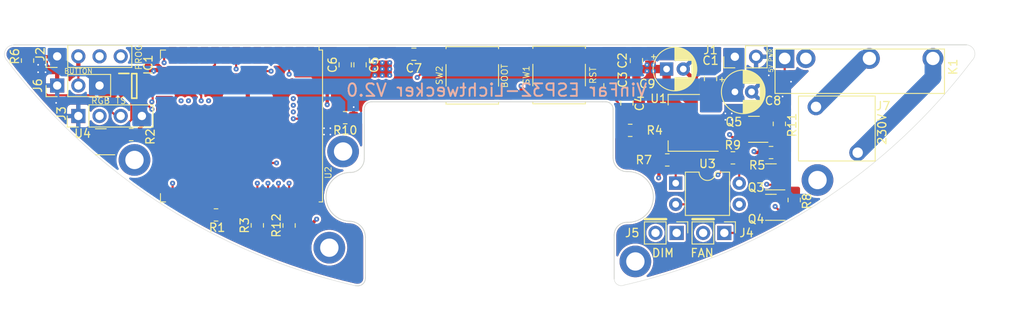
<source format=kicad_pcb>
(kicad_pcb (version 20211014) (generator pcbnew)
  (layers (0 "F.Cu" signal) (1 "In1.Cu" signal) (2 "In2.Cu" signal) (31 "B.Cu" signal) (34 "B.Paste" user) (35 "F.Paste" user) (36 "B.SilkS" user "B.Silkscreen") (37 "F.SilkS" user "F.Silkscreen") (38 "B.Mask" user) (39 "F.Mask" user) (44 "Edge.Cuts" user))
  (net 0 "")
  (net 1 "5V")
  (net 2 "GND")
  (net 3 "+3V3")
  (net 4 "EN")
  (net 5 "IO0")
  (net 6 "RX_ESP32")
  (net 7 "TX_ESP32")
  (net 9 "/230V")
  (net 15 "/230V1")
  (net 24 "Net-(K1-Pad2)")
  (net 33 "Net-(IC1-Pad1)")
  (net 34 "TEMPSENSOR")
  (net 36 "SDA")
  (net 37 "SCL")
  (net 38 "Net-(J5-Pad1)")
  (net 39 "Net-(J5-Pad2)")
  (net 40 "Net-(J4-Pad1)")
  (net 41 "Net-(Q3-Pad3)")
  (net 42 "LED")
  (net 43 "FAN")
  (net 44 "Net-(R9-Pad1)")
  (net 45 "Relay")
  (net 46 "BUTTON")
  (net 47 "WS2812")
  (net 48 "Net-(R7-Pad2)")
  (footprint "Connector_PinHeader_2.54mm:PinHeader_1x04_P2.54mm_Vertical" (layer "F.Cu") (at 45.72 87.4268 90)
    (fp_text reference "J3" (at 0.3048 -2.032 90) (layer "F.SilkS"))
    (fp_text value "Conn_01x04_Male")
    (pad "1" thru_hole rect (at 0 0 90) (size 1.7 1.7) (drill 1) (layers *.Cu *.Mask) (net 2 "GND"))
    (pad "2" thru_hole oval (at 0 2.54 90) (size 1.7 1.7) (drill 1) (layers *.Cu *.Mask) (net 47 "WS2812"))
    (pad "3" thru_hole oval (at 0 5.08 90) (size 1.7 1.7) (drill 1) (layers *.Cu *.Mask) (net 34 "TEMPSENSOR"))
    (pad "4" thru_hole oval (at 0 7.62 90) (size 1.7 1.7) (drill 1) (layers *.Cu *.Mask) (net 1 "5V"))
  )
  (footprint "Resistor_SMD:R_0805_2012Metric_Pad1.20x1.40mm_HandSolder" (layer "F.Cu") (at 131.572 97.52 90)
    (fp_text reference "R8" (at -0.143 1.524 90) (layer "F.SilkS"))
    (fp_text value "10k")
    (pad "1" smd roundrect (at -1 0 90) (size 1.2 1.4) (layers "F.Cu" "F.Paste" "F.Mask") (roundrect_rratio 0.208333) (net 43 "FAN"))
    (pad "2" smd roundrect (at 1 0 90) (size 1.2 1.4) (layers "F.Cu" "F.Paste" "F.Mask") (roundrect_rratio 0.208333) (net 2 "GND"))
  )
  (footprint "Capacitor_SMD:C_0805_2012Metric_Pad1.18x1.45mm_HandSolder" (layer "F.Cu") (at 79.502 81.28 -90)
    (fp_text reference "C5" (at 0 -1.68 90) (layer "F.SilkS"))
    (fp_text value "22u")
    (pad "1" smd roundrect (at -1.0375 0 270) (size 1.175 1.45) (layers "F.Cu" "F.Paste" "F.Mask") (roundrect_rratio 0.212766) (net 2 "GND"))
    (pad "2" smd roundrect (at 1.0375 0 270) (size 1.175 1.45) (layers "F.Cu" "F.Paste" "F.Mask") (roundrect_rratio 0.212766) (net 3 "+3V3"))
  )
  (footprint "Lichtwecker:2086-3122" (layer "F.Cu") (at 141.284 92.832 180)
    (fp_text reference "J7" (at -0.956 6.599 unlocked) (layer "F.SilkS"))
    (fp_text value "2086-3122")
    (pad "1" thru_hole circle (at 2.1 1 180) (size 2 2) (drill 1.25) (layers *.Cu *.Mask) (net 9 "/230V"))
    (pad "2" thru_hole circle (at 7.1 6.5 180) (size 2 2) (drill 1.25) (layers *.Cu *.Mask) (net 15 "/230V1"))
  )
  (footprint "Package_TO_SOT_SMD:SOT-23" (layer "F.Cu") (at 128.778 94.742 180)
    (fp_text reference "Q3" (at 1.778 -1.27) (layer "F.SilkS"))
    (fp_text value "Q_NMOS_GSD")
    (pad "1" smd roundrect (at -0.9375 -0.95 180) (size 1.475 0.6) (layers "F.Cu" "F.Paste" "F.Mask") (net 42 "LED"))
    (pad "2" smd roundrect (at -0.9375 0.95 180) (size 1.475 0.6) (layers "F.Cu" "F.Paste" "F.Mask") (net 2 "GND"))
    (pad "3" smd roundrect (at 0.9375 0 180) (size 1.475 0.6) (layers "F.Cu" "F.Paste" "F.Mask") (net 41 "Net-(Q3-Pad3)"))
  )
  (footprint "Button_Switch_SMD:SW_SPST_B3S-1000" (layer "F.Cu") (at 103.378 82.514)
    (fp_text reference "SW1" (at -3.937 0 90) (layer "F.SilkS") (effects (font (size 0.75 0.75) (thickness 0.1))))
    (fp_text value "SW_Push")
    (pad "1" smd rect (at 3.975 -2.25) (size 1.55 1.3) (layers "F.Cu" "F.Paste" "F.Mask") (net 2 "GND"))
    (pad "1" smd rect (at -3.975 -2.25) (size 1.55 1.3) (layers "F.Cu" "F.Paste" "F.Mask") (net 2 "GND"))
    (pad "2" smd rect (at -3.975 2.25) (size 1.55 1.3) (layers "F.Cu" "F.Paste" "F.Mask") (net 4 "EN"))
    (pad "2" smd rect (at 3.975 2.25) (size 1.55 1.3) (layers "F.Cu" "F.Paste" "F.Mask") (net 4 "EN"))
  )
  (footprint "Samacsys:SOT95P280X145-5N" (layer "F.Cu") (at 52.4256 83.82)
    (fp_text reference "IC1" (at 1.6764 -2.54 270) (layer "F.SilkS"))
    (fp_text value "MCP3221A6T-E_OT" hide)
    (pad "1" smd rect (at -1.25 -0.95 90) (size 0.6 1.2) (layers "F.Cu" "F.Paste" "F.Mask") (net 33 "Net-(IC1-Pad1)"))
    (pad "2" smd rect (at -1.25 0 90) (size 0.6 1.2) (layers "F.Cu" "F.Paste" "F.Mask") (net 2 "GND"))
    (pad "3" smd rect (at -1.25 0.95 90) (size 0.6 1.2) (layers "F.Cu" "F.Paste" "F.Mask") (net 34 "TEMPSENSOR"))
    (pad "4" smd rect (at 1.25 0.95 90) (size 0.6 1.2) (layers "F.Cu" "F.Paste" "F.Mask") (net 36 "SDA"))
    (pad "5" smd rect (at 1.25 -0.95 90) (size 0.6 1.2) (layers "F.Cu" "F.Paste" "F.Mask") (net 37 "SCL"))
  )
  (footprint "Capacitor_THT:CP_Radial_D5.0mm_P2.00mm" (layer "F.Cu") (at 116.265888 81.788)
    (fp_text reference "C9" (at -2.318 1.778) (layer "F.SilkS"))
    (fp_text value "C_Polarized")
    (pad "1" thru_hole rect (at 0 0) (size 1.6 1.6) (drill 0.8) (layers *.Cu *.Mask) (net 3 "+3V3"))
    (pad "2" thru_hole circle (at 2 0) (size 1.6 1.6) (drill 0.8) (layers *.Cu *.Mask) (net 2 "GND"))
  )
  (footprint "Button_Switch_SMD:SW_SPST_B3S-1000" (layer "F.Cu") (at 92.964 82.55)
    (fp_text reference "SW2" (at -3.937 0 270) (layer "F.SilkS") (effects (font (size 0.75 0.75) (thickness 0.1))))
    (fp_text value "SW_Push")
    (pad "1" smd rect (at -3.975 -2.25) (size 1.55 1.3) (layers "F.Cu" "F.Paste" "F.Mask") (net 5 "IO0"))
    (pad "1" smd rect (at 3.975 -2.25) (size 1.55 1.3) (layers "F.Cu" "F.Paste" "F.Mask") (net 5 "IO0"))
    (pad "2" smd rect (at -3.975 2.25) (size 1.55 1.3) (layers "F.Cu" "F.Paste" "F.Mask") (net 2 "GND"))
    (pad "2" smd rect (at 3.975 2.25) (size 1.55 1.3) (layers "F.Cu" "F.Paste" "F.Mask") (net 2 "GND"))
  )
  (footprint "Resistor_SMD:R_0805_2012Metric_Pad1.20x1.40mm_HandSolder" (layer "F.Cu") (at 39.624 80.772 -90)
    (fp_text reference "R6" (at -0.508 1.524 90) (layer "F.SilkS"))
    (fp_text value "5.1k")
    (pad "1" smd roundrect (at -1 0 270) (size 1.2 1.4) (layers "F.Cu" "F.Paste" "F.Mask") (roundrect_rratio 0.208333) (net 1 "5V"))
    (pad "2" smd roundrect (at 1 0 270) (size 1.2 1.4) (layers "F.Cu" "F.Paste" "F.Mask") (roundrect_rratio 0.208333) (net 34 "TEMPSENSOR"))
  )
  (footprint "MountingHole:MountingHole_2.2mm_M2_DIN965_Pad" (layer "F.Cu") (at 75.819 103.251)
    (fp_text reference "H2" hide)
    (fp_text value "MountingHole_Pad")
    (pad "1" thru_hole circle locked (at 0 0) (size 3.8 3.8) (drill 2.2) (layers *.Cu *.Mask))
  )
  (footprint "MountingHole:MountingHole_2.2mm_M2_DIN965_Pad" (layer "F.Cu") (at 112.522 104.902)
    (fp_text reference "H1" hide)
    (fp_text value "MountingHole_Pad")
    (pad "1" thru_hole circle (at 0 0) (size 3.8 3.8) (drill 2.2) (layers *.Cu *.Mask))
  )
  (footprint "Resistor_SMD:R_0805_2012Metric_Pad1.20x1.40mm_HandSolder" (layer "F.Cu") (at 52.054 89.662 180)
    (fp_text reference "R2" (at -2.302 -0.254 90) (layer "F.SilkS"))
    (fp_text value "1k")
    (pad "1" smd roundrect (at -1 0 180) (size 1.2 1.4) (layers "F.Cu" "F.Paste" "F.Mask") (roundrect_rratio 0.208333) (net 1 "5V"))
    (pad "2" smd roundrect (at 1 0 180) (size 1.2 1.4) (layers "F.Cu" "F.Paste" "F.Mask") (roundrect_rratio 0.208333) (net 33 "Net-(IC1-Pad1)"))
  )
  (footprint "Connector_PinHeader_2.54mm:PinHeader_1x02_P2.54mm_Vertical" (layer "F.Cu") (at 124.455 80.3148 90)
    (fp_text reference "J1" (at 0.8128 -2.916 180) (layer "F.SilkS"))
    (fp_text value "Conn_01x02_Male")
    (pad "1" thru_hole rect (at 0 0 90) (size 1.7 1.7) (drill 1) (layers *.Cu *.Mask) (net 1 "5V"))
    (pad "2" thru_hole oval (at 0 2.54 90) (size 1.7 1.7) (drill 1) (layers *.Cu *.Mask) (net 2 "GND"))
  )
  (footprint "Resistor_SMD:R_0805_2012Metric_Pad1.20x1.40mm_HandSolder" (layer "F.Cu") (at 70.993 100.584 90)
    (fp_text reference "R12" (at 0 -1.524 90) (layer "F.SilkS"))
    (fp_text value "4k7")
    (pad "1" smd roundrect (at -1 0 90) (size 1.2 1.4) (layers "F.Cu" "F.Paste" "F.Mask") (roundrect_rratio 0.208333) (net 3 "+3V3"))
    (pad "2" smd roundrect (at 1 0 90) (size 1.2 1.4) (layers "F.Cu" "F.Paste" "F.Mask") (roundrect_rratio 0.208333) (net 37 "SCL"))
  )
  (footprint "Capacitor_SMD:C_0805_2012Metric_Pad1.18x1.45mm_HandSolder" (layer "F.Cu") (at 121.539 82.931 90)
    (fp_text reference "C1" (at 2.159 0 180) (layer "F.SilkS"))
    (fp_text value "22u")
    (pad "1" smd roundrect (at -1.0375 0 90) (size 1.175 1.45) (layers "F.Cu" "F.Paste" "F.Mask") (roundrect_rratio 0.212766) (net 1 "5V"))
    (pad "2" smd roundrect (at 1.0375 0 90) (size 1.175 1.45) (layers "F.Cu" "F.Paste" "F.Mask") (roundrect_rratio 0.212766) (net 2 "GND"))
  )
  (footprint "Resistor_SMD:R_0805_2012Metric_Pad1.20x1.40mm_HandSolder" (layer "F.Cu") (at 116.348 92.71)
    (fp_text reference "R7" (at -2.81 0) (layer "F.SilkS"))
    (fp_text value "1k")
    (pad "1" smd roundrect (at -1 0) (size 1.2 1.4) (layers "F.Cu" "F.Paste" "F.Mask") (roundrect_rratio 0.208333) (net 1 "5V"))
    (pad "2" smd roundrect (at 1 0) (size 1.2 1.4) (layers "F.Cu" "F.Paste" "F.Mask") (roundrect_rratio 0.208333) (net 48 "Net-(R7-Pad2)"))
  )
  (footprint "Capacitor_THT:CP_Radial_D5.0mm_P2.00mm" (layer "F.Cu") (at 124.46 84.5312)
    (fp_text reference "C8" (at 4.572 1.0668) (layer "F.SilkS"))
    (fp_text value "C_Polarized")
    (pad "1" thru_hole rect (at 0 0) (size 1.6 1.6) (drill 0.8) (layers *.Cu *.Mask) (net 1 "5V"))
    (pad "2" thru_hole circle (at 2 0) (size 1.6 1.6) (drill 0.8) (layers *.Cu *.Mask) (net 2 "GND"))
  )
  (footprint "MountingHole:MountingHole_2.2mm_M2_DIN965_Pad" (layer "F.Cu") (at 134.366 95.123)
    (fp_text reference "H3" hide)
    (fp_text value "MountingHole_Pad")
    (pad "1" thru_hole circle locked (at 0 0) (size 3.8 3.8) (drill 2.2) (layers *.Cu *.Mask))
  )
  (footprint "Capacitor_SMD:C_0805_2012Metric_Pad1.18x1.45mm_HandSolder" (layer "F.Cu") (at 77.724 81.28 -90)
    (fp_text reference "C6" (at 0 1.524 90) (layer "F.SilkS"))
    (fp_text value "100n")
    (pad "1" smd roundrect (at -1.0375 0 270) (size 1.175 1.45) (layers "F.Cu" "F.Paste" "F.Mask") (roundrect_rratio 0.212766) (net 2 "GND"))
    (pad "2" smd roundrect (at 1.0375 0 270) (size 1.175 1.45) (layers "F.Cu" "F.Paste" "F.Mask") (roundrect_rratio 0.212766) (net 3 "+3V3"))
  )
  (footprint "Capacitor_SMD:C_0805_2012Metric_Pad1.18x1.45mm_HandSolder" (layer "F.Cu") (at 85.9575 80.01 180)
    (fp_text reference "C7" (at 0 -1.68) (layer "F.SilkS"))
    (fp_text value "100n")
    (pad "1" smd roundrect (at -1.0375 0 180) (size 1.175 1.45) (layers "F.Cu" "F.Paste" "F.Mask") (roundrect_rratio 0.212766) (net 5 "IO0"))
    (pad "2" smd roundrect (at 1.0375 0 180) (size 1.175 1.45) (layers "F.Cu" "F.Paste" "F.Mask") (roundrect_rratio 0.212766) (net 2 "GND"))
  )
  (footprint "Capacitor_SMD:C_0805_2012Metric_Pad1.18x1.45mm_HandSolder" (layer "F.Cu") (at 112.649 80.772 90)
    (fp_text reference "C2" (at 0 -1.68 90) (layer "F.SilkS"))
    (fp_text value "22u")
    (pad "1" smd roundrect (at -1.0375 0 90) (size 1.175 1.45) (layers "F.Cu" "F.Paste" "F.Mask") (roundrect_rratio 0.212766) (net 3 "+3V3"))
    (pad "2" smd roundrect (at 1.0375 0 90) (size 1.175 1.45) (layers "F.Cu" "F.Paste" "F.Mask") (roundrect_rratio 0.212766) (net 2 "GND"))
  )
  (footprint "RF_Module:ESP32-WROOM-32U" (layer "F.Cu") (at 65.285 88.63 -90)
    (fp_text reference "U2" (at 5.604 -10.407 90) (layer "F.SilkS") (effects (font (size 0.75 0.75) (thickness 0.1))))
    (fp_text value "ESP32-WROOM-32U")
    (pad "1" smd rect locked (at -8.5 -8.255 270) (size 2 0.9) (layers "F.Cu" "F.Paste" "F.Mask") (net 2 "GND"))
    (pad "2" smd rect locked (at -8.5 -6.985 270) (size 2 0.9) (layers "F.Cu" "F.Paste" "F.Mask") (net 3 "+3V3"))
    (pad "3" smd rect locked (at -8.5 -5.715 270) (size 2 0.9) (layers "F.Cu" "F.Paste" "F.Mask") (net 4 "EN"))
    (pad "4" smd rect locked (at -8.5 -4.445 270) (size 2 0.9) (layers "F.Cu" "F.Paste" "F.Mask"))
    (pad "5" smd rect locked (at -8.5 -3.175 270) (size 2 0.9) (layers "F.Cu" "F.Paste" "F.Mask"))
    (pad "6" smd rect locked (at -8.5 -1.905 270) (size 2 0.9) (layers "F.Cu" "F.Paste" "F.Mask"))
    (pad "7" smd rect locked (at -8.5 -0.635 270) (size 2 0.9) (layers "F.Cu" "F.Paste" "F.Mask"))
    (pad "8" smd rect locked (at -8.5 0.635 270) (size 2 0.9) (layers "F.Cu" "F.Paste" "F.Mask") (net 47 "WS2812"))
    (pad "9" smd rect locked (at -8.5 1.905 270) (size 2 0.9) (layers "F.Cu" "F.Paste" "F.Mask"))
    (pad "10" smd rect locked (at -8.5 3.175 270) (size 2 0.9) (layers "F.Cu" "F.Paste" "F.Mask") (net 46 "BUTTON"))
    (pad "11" smd rect locked (at -8.5 4.445 270) (size 2 0.9) (layers "F.Cu" "F.Paste" "F.Mask"))
    (pad "12" smd rect locked (at -8.5 5.715 270) (size 2 0.9) (layers "F.Cu" "F.Paste" "F.Mask"))
    (pad "13" smd rect locked (at -8.5 6.985 270) (size 2 0.9) (layers "F.Cu" "F.Paste" "F.Mask"))
    (pad "14" smd rect locked (at -8.5 8.255 270) (size 2 0.9) (layers "F.Cu" "F.Paste" "F.Mask") (net 43 "FAN"))
    (pad "15" smd rect locked (at -5.715 9.255 180) (size 2 0.9) (layers "F.Cu" "F.Paste" "F.Mask") (net 2 "GND"))
    (pad "16" smd rect locked (at -4.445 9.255) (size 2 0.9) (layers "F.Cu" "F.Paste" "F.Mask") (net 42 "LED"))
    (pad "17" smd rect locked (at -3.175 9.255) (size 2 0.9) (layers "F.Cu" "F.Paste" "F.Mask"))
    (pad "18" smd rect locked (at -1.905 9.255) (size 2 0.9) (layers "F.Cu" "F.Paste" "F.Mask"))
    (pad "19" smd rect locked (at -0.635 9.255) (size 2 0.9) (layers "F.Cu" "F.Paste" "F.Mask"))
    (pad "20" smd rect locked (at 0.635 9.255) (size 2 0.9) (layers "F.Cu" "F.Paste" "F.Mask"))
    (pad "21" smd rect locked (at 1.905 9.255) (size 2 0.9) (layers "F.Cu" "F.Paste" "F.Mask"))
    (pad "22" smd rect locked (at 3.175 9.255) (size 2 0.9) (layers "F.Cu" "F.Paste" "F.Mask"))
    (pad "23" smd rect locked (at 4.445 9.255) (size 2 0.9) (layers "F.Cu" "F.Paste" "F.Mask") (net 45 "Relay"))
    (pad "24" smd rect locked (at 5.715 9.255) (size 2 0.9) (layers "F.Cu" "F.Paste" "F.Mask"))
    (pad "25" smd rect locked (at 8.5 8.255 270) (size 2 0.9) (layers "F.Cu" "F.Paste" "F.Mask") (net 5 "IO0"))
    (pad "26" smd rect locked (at 8.5 6.985 270) (size 2 0.9) (layers "F.Cu" "F.Paste" "F.Mask"))
    (pad "27" smd rect locked (at 8.5 5.715 270) (size 2 0.9) (layers "F.Cu" "F.Paste" "F.Mask"))
    (pad "28" smd rect locked (at 8.5 4.445 270) (size 2 0.9) (layers "F.Cu" "F.Paste" "F.Mask"))
    (pad "29" smd rect locked (at 8.5 3.175 270) (size 2 0.9) (layers "F.Cu" "F.Paste" "F.Mask"))
    (pad "30" smd rect locked (at 8.5 1.905 270) (size 2 0.9) (layers "F.Cu" "F.Paste" "F.Mask"))
    (pad "31" smd rect locked (at 8.5 0.635 270) (size 2 0.9) (layers "F.Cu" "F.Paste" "F.Mask"))
    (pad "32" smd rect locked (at 8.5 -0.635 270) (size 2 0.9) (layers "F.Cu" "F.Paste" "F.Mask"))
    (pad "33" smd rect locked (at 8.5 -1.905 270) (size 2 0.9) (layers "F.Cu" "F.Paste" "F.Mask") (net 36 "SDA"))
    (pad "34" smd rect locked (at 8.5 -3.175 270) (size 2 0.9) (layers "F.Cu" "F.Paste" "F.Mask") (net 6 "RX_ESP32"))
    (pad "35" smd rect locked (at 8.5 -4.445 270) (size 2 0.9) (layers "F.Cu" "F.Paste" "F.Mask") (net 7 "TX_ESP32"))
    (pad "36" smd rect locked (at 8.5 -5.715 270) (size 2 0.9) (layers "F.Cu" "F.Paste" "F.Mask") (net 37 "SCL"))
    (pad "37" smd rect locked (at 8.5 -6.985 270) (size 2 0.9) (layers "F.Cu" "F.Paste" "F.Mask"))
    (pad "38" smd rect locked (at 8.5 -8.255 270) (size 2 0.9) (layers "F.Cu" "F.Paste" "F.Mask") (net 2 "GND"))
    (pad "39" smd rect locked (at -1 -0.755 270) (size 5 5) (layers "F.Cu" "F.Paste" "F.Mask") (net 2 "GND"))
  )
  (footprint "Connector_PinHeader_2.54mm:PinHeader_1x03_P2.54mm_Vertical" (layer "F.Cu") (at 43.18 83.7692 90)
    (fp_text reference "J6" (at 0 -2.33 90) (layer "F.SilkS"))
    (fp_text value "Conn_01x03_Male")
    (pad "1" thru_hole rect (at 0 0 90) (size 1.7 1.7) (drill 1) (layers *.Cu *.Mask) (net 2 "GND"))
    (pad "2" thru_hole oval (at 0 2.54 90) (size 1.7 1.7) (drill 1) (layers *.Cu *.Mask) (net 46 "BUTTON"))
    (pad "3" thru_hole oval (at 0 5.08 90) (size 1.7 1.7) (drill 1) (layers *.Cu *.Mask) (net 1 "5V"))
  )
  (footprint "MountingHole:MountingHole_2.2mm_M2_DIN965_Pad" (layer "F.Cu") (at 77.47 91.694)
    (fp_text reference "H5" hide)
    (fp_text value "MountingHole_Pad")
    (pad "1" thru_hole circle (at 0 0) (size 3.8 3.8) (drill 2.2) (layers *.Cu *.Mask))
  )
  (footprint "Package_DIP:DIP-4_W7.62mm" (layer "F.Cu") (at 117.358 95.499)
    (fp_text reference "U3" (at 3.81 -2.33) (layer "F.SilkS"))
    (fp_text value "LTV-817")
    (pad "1" thru_hole rect (at 0 0) (size 1.6 1.6) (drill 0.8) (layers *.Cu *.Mask) (net 48 "Net-(R7-Pad2)"))
    (pad "2" thru_hole oval (at 0 2.54) (size 1.6 1.6) (drill 0.8) (layers *.Cu *.Mask) (net 41 "Net-(Q3-Pad3)"))
    (pad "3" thru_hole oval (at 7.62 2.54) (size 1.6 1.6) (drill 0.8) (layers *.Cu *.Mask) (net 38 "Net-(J5-Pad1)"))
    (pad "4" thru_hole oval (at 7.62 0) (size 1.6 1.6) (drill 0.8) (layers *.Cu *.Mask) (net 44 "Net-(R9-Pad1)"))
  )
  (footprint "Connector_PinHeader_2.54mm:PinHeader_1x02_P2.54mm_Vertical" (layer "F.Cu") (at 117.475 101.473 -90)
    (fp_text reference "J5" (at 0 5.334 180) (layer "F.SilkS"))
    (fp_text value "Conn_01x02_Male")
    (pad "1" thru_hole rect (at 0 0 270) (size 1.7 1.7) (drill 1) (layers *.Cu *.Mask) (net 38 "Net-(J5-Pad1)"))
    (pad "2" thru_hole oval (at 0 2.54 270) (size 1.7 1.7) (drill 1) (layers *.Cu *.Mask) (net 39 "Net-(J5-Pad2)"))
  )
  (footprint "Resistor_SMD:R_0805_2012Metric_Pad1.20x1.40mm_HandSolder" (layer "F.Cu") (at 67.183 100.568 90)
    (fp_text reference "R3" (at 0 -1.524 90) (layer "F.SilkS"))
    (fp_text value "4k7")
    (pad "1" smd roundrect (at -1 0 90) (size 1.2 1.4) (layers "F.Cu" "F.Paste" "F.Mask") (roundrect_rratio 0.208333) (net 3 "+3V3"))
    (pad "2" smd roundrect (at 1 0 90) (size 1.2 1.4) (layers "F.Cu" "F.Paste" "F.Mask") (roundrect_rratio 0.208333) (net 36 "SDA"))
  )
  (footprint "Resistor_SMD:R_0805_2012Metric_Pad1.20x1.40mm_HandSolder" (layer "F.Cu") (at 128.794 91.821)
    (fp_text reference "R5" (at -1.667 1.524) (layer "F.SilkS"))
    (fp_text value "10k")
    (pad "1" smd roundrect (at -1 0) (size 1.2 1.4) (layers "F.Cu" "F.Paste" "F.Mask") (roundrect_rratio 0.208333) (net 1 "5V"))
    (pad "2" smd roundrect (at 1 0) (size 1.2 1.4) (layers "F.Cu" "F.Paste" "F.Mask") (roundrect_rratio 0.208333) (net 42 "LED"))
  )
  (footprint "Package_TO_SOT_SMD:SOT-23" (layer "F.Cu") (at 48.4124 90.5256 180)
    (fp_text reference "U4" (at 2.1844 0.9906) (layer "F.SilkS"))
    (fp_text value "LM4040DIM3X-4.1")
    (pad "1" smd roundrect (at -0.9375 -0.95 180) (size 1.475 0.6) (layers "F.Cu" "F.Paste" "F.Mask") (net 33 "Net-(IC1-Pad1)"))
    (pad "2" smd roundrect (at -0.9375 0.95 180) (size 1.475 0.6) (layers "F.Cu" "F.Paste" "F.Mask") (net 2 "GND"))
    (pad "3" smd roundrect (at 0.9375 0 180) (size 1.475 0.6) (layers "F.Cu" "F.Paste" "F.Mask"))
  )
  (footprint "Lichtwecker:HF49FD-005-1H" (layer "F.Cu") (at 137.197 79.642)
    (fp_text reference "K1" (at 13.425 1.892 270) (layer "F.SilkS"))
    (fp_text value "DIPxx-1Axx-11x")
    (pad "1" thru_hole circle (at 3.392 0.876 180) (size 2.5 2.5) (drill 1.6) (layers *.Cu *.Mask) (net 15 "/230V1"))
    (pad "2" thru_hole rect (at -6.768 0.876 270) (size 2.3 2.3) (drill 1.4) (layers *.Cu *.Mask) (net 24 "Net-(K1-Pad2)"))
    (pad "6" thru_hole circle (at -4.228 0.876 180) (size 2.3 2.3) (drill 1.4) (layers *.Cu *.Mask) (net 1 "5V"))
    (pad "7" thru_hole circle (at 11.012 0.876 180) (size 2.5 2.5) (drill 1.6) (layers *.Cu *.Mask) (net 9 "/230V"))
  )
  (footprint "Resistor_SMD:R_0805_2012Metric_Pad1.20x1.40mm_HandSolder" (layer "F.Cu") (at 124.222 92.456 180)
    (fp_text reference "R9" (at 0.016 1.524) (layer "F.SilkS"))
    (fp_text value "1k")
    (pad "1" smd roundrect (at -1 0 180) (size 1.2 1.4) (layers "F.Cu" "F.Paste" "F.Mask") (roundrect_rratio 0.208333) (net 44 "Net-(R9-Pad1)"))
    (pad "2" smd roundrect (at 1 0 180) (size 1.2 1.4) (layers "F.Cu" "F.Paste" "F.Mask") (roundrect_rratio 0.208333) (net 39 "Net-(J5-Pad2)"))
  )
  (footprint "Package_TO_SOT_SMD:SOT-23" (layer "F.Cu") (at 128.778 98.3996 180)
    (fp_text reference "Q4" (at 1.778 -1.4224) (layer "F.SilkS"))
    (fp_text value "Q_NMOS_GSD")
    (pad "1" smd roundrect (at -0.9375 -0.95 180) (size 1.475 0.6) (layers "F.Cu" "F.Paste" "F.Mask") (net 43 "FAN"))
    (pad "2" smd roundrect (at -0.9375 0.95 180) (size 1.475 0.6) (layers "F.Cu" "F.Paste" "F.Mask") (net 2 "GND"))
    (pad "3" smd roundrect (at 0.9375 0 180) (size 1.475 0.6) (layers "F.Cu" "F.Paste" "F.Mask") (net 40 "Net-(J4-Pad1)"))
  )
  (footprint "Capacitor_SMD:C_0805_2012Metric_Pad1.18x1.45mm_HandSolder" (layer "F.Cu") (at 111.506 85.8735 90)
    (fp_text reference "C4" (at 0 1.524 90) (layer "F.SilkS"))
    (fp_text value "100n")
    (pad "1" smd roundrect (at -1.0375 0 90) (size 1.175 1.45) (layers "F.Cu" "F.Paste" "F.Mask") (roundrect_rratio 0.212766) (net 2 "GND"))
    (pad "2" smd roundrect (at 1.0375 0 90) (size 1.175 1.45) (layers "F.Cu" "F.Paste" "F.Mask") (roundrect_rratio 0.212766) (net 4 "EN"))
  )
  (footprint "Connector_PinHeader_2.54mm:PinHeader_1x02_P2.54mm_Vertical" (layer "F.Cu") (at 123.19 101.473 -90)
    (fp_text reference "J4" (at 0 -2.667 180) (layer "F.SilkS"))
    (fp_text value "Conn_01x02_Male")
    (pad "1" thru_hole rect (at 0 0 270) (size 1.7 1.7) (drill 1) (layers *.Cu *.Mask) (net 40 "Net-(J4-Pad1)"))
    (pad "2" thru_hole oval (at 0 2.54 270) (size 1.7 1.7) (drill 1) (layers *.Cu *.Mask) (net 1 "5V"))
  )
  (footprint "Resistor_SMD:R_0805_2012Metric_Pad1.20x1.40mm_HandSolder" (layer "F.Cu") (at 129.794 88.376 90)
    (fp_text reference "R11" (at -0.143 1.524 90) (layer "F.SilkS"))
    (fp_text value "10k")
    (pad "1" smd roundrect (at -1 0 90) (size 1.2 1.4) (layers "F.Cu" "F.Paste" "F.Mask") (roundrect_rratio 0.208333) (net 45 "Relay"))
    (pad "2" smd roundrect (at 1 0 90) (size 1.2 1.4) (layers "F.Cu" "F.Paste" "F.Mask") (roundrect_rratio 0.208333) (net 2 "GND"))
  )
  (footprint "Capacitor_SMD:C_0805_2012Metric_Pad1.18x1.45mm_HandSolder" (layer "F.Cu") (at 109.474 83.7985 90)
    (fp_text reference "C3" (at 0.7405 1.524 90) (layer "F.SilkS"))
    (fp_text value "100n")
    (pad "1" smd roundrect (at -1.0375 0 90) (size 1.175 1.45) (layers "F.Cu" "F.Paste" "F.Mask") (roundrect_rratio 0.212766) (net 4 "EN"))
    (pad "2" smd roundrect (at 1.0375 0 90) (size 1.175 1.45) (layers "F.Cu" "F.Paste" "F.Mask") (roundrect_rratio 0.212766) (net 2 "GND"))
  )
  (footprint "MountingHole:MountingHole_2.2mm_M2_DIN965_Pad" (layer "F.Cu") (at 52.451 92.71)
    (fp_text reference "H4" hide)
    (fp_text value "MountingHole_Pad")
    (pad "1" thru_hole circle locked (at 0 0) (size 3.8 3.8) (drill 2.2) (layers *.Cu *.Mask))
  )
  (footprint "Resistor_SMD:R_0805_2012Metric_Pad1.20x1.40mm_HandSolder" (layer "F.Cu") (at 62.23 99.314 180)
    (fp_text reference "R1" (at -0.127 -1.524) (layer "F.SilkS"))
    (fp_text value "10k")
    (pad "1" smd roundrect (at -1 0 180) (size 1.2 1.4) (layers "F.Cu" "F.Paste" "F.Mask") (roundrect_rratio 0.208333) (net 3 "+3V3"))
    (pad "2" smd roundrect (at 1 0 180) (size 1.2 1.4) (layers "F.Cu" "F.Paste" "F.Mask") (roundrect_rratio 0.208333) (net 5 "IO0"))
  )
  (footprint "Package_TO_SOT_SMD:SOT-223-3_TabPin2" (layer "F.Cu") (at 118.3636 88.2536 180)
    (fp_text reference "U1" (at 3.0476 2.9096) (layer "F.SilkS"))
    (fp_text value "AMS1117-3.3")
    (pad "1" smd rect (at -3.15 -2.3 180) (size 2 1.5) (layers "F.Cu" "F.Paste" "F.Mask") (net 2 "GND"))
    (pad "2" smd rect (at 3.15 0 180) (size 2 3.8) (layers "F.Cu" "F.Paste" "F.Mask") (net 3 "+3V3"))
    (pad "2" smd rect (at -3.15 0 180) (size 2 1.5) (layers "F.Cu" "F.Paste" "F.Mask") (net 3 "+3V3"))
    (pad "3" smd rect (at -3.15 2.3 180) (size 2 1.5) (layers "F.Cu" "F.Paste" "F.Mask") (net 1 "5V"))
  )
  (footprint "Package_TO_SOT_SMD:SOT-23" (layer "F.Cu") (at 126.746 89.027 180)
    (fp_text reference "Q5" (at 2.413 0.889) (layer "F.SilkS"))
    (fp_text value "Q_NMOS_GSD")
    (pad "1" smd roundrect (at -0.9375 -0.95 180) (size 1.475 0.6) (layers "F.Cu" "F.Paste" "F.Mask") (net 45 "Relay"))
    (pad "2" smd roundrect (at -0.9375 0.95 180) (size 1.475 0.6) (layers "F.Cu" "F.Paste" "F.Mask") (net 2 "GND"))
    (pad "3" smd roundrect (at 0.9375 0 180) (size 1.475 0.6) (layers "F.Cu" "F.Paste" "F.Mask") (net 24 "Net-(K1-Pad2)"))
  )
  (footprint "Connector_PinHeader_2.54mm:PinHeader_1x04_P2.54mm_Vertical" (layer "F.Cu") (at 43.18 80.264 90)
    (fp_text reference "J2" (at 0.254 -2.032 90) (layer "F.SilkS"))
    (fp_text value "Conn_01x04_Male")
    (pad "1" thru_hole rect (at 0 0 90) (size 1.7 1.7) (drill 1) (layers *.Cu *.Mask) (net 1 "5V"))
    (pad "2" thru_hole oval (at 0 2.54 90) (size 1.7 1.7) (drill 1) (layers *.Cu *.Mask) (net 2 "GND"))
    (pad "3" thru_hole oval (at 0 5.08 90) (size 1.7 1.7) (drill 1) (layers *.Cu *.Mask) (net 6 "RX_ESP32"))
    (pad "4" thru_hole oval (at 0 7.62 90) (size 1.7 1.7) (drill 1) (layers *.Cu *.Mask) (net 7 "TX_ESP32"))
  )
  (footprint "Resistor_SMD:R_0805_2012Metric_Pad1.20x1.40mm_HandSolder" (layer "F.Cu") (at 77.724 87.63 180)
    (fp_text reference "R10" (at 0 -1.524) (layer "F.SilkS"))
    (fp_text value "10k")
    (pad "1" smd roundrect (at -1 0 180) (size 1.2 1.4) (layers "F.Cu" "F.Paste" "F.Mask") (roundrect_rratio 0.208333) (net 1 "5V"))
    (pad "2" smd roundrect (at 1 0 180) (size 1.2 1.4) (layers "F.Cu" "F.Paste" "F.Mask") (roundrect_rratio 0.208333) (net 46 "BUTTON"))
  )
  (footprint "Resistor_SMD:R_0805_2012Metric_Pad1.20x1.40mm_HandSolder" (layer "F.Cu") (at 111.903 89.154 180)
    (fp_text reference "R4" (at -2.937 0) (layer "F.SilkS"))
    (fp_text value "10k")
    (pad "1" smd roundrect (at -1 0 180) (size 1.2 1.4) (layers "F.Cu" "F.Paste" "F.Mask") (roundrect_rratio 0.208333) (net 3 "+3V3"))
    (pad "2" smd roundrect (at 1 0 180) (size 1.2 1.4) (layers "F.Cu" "F.Paste" "F.Mask") (roundrect_rratio 0.208333) (net 4 "EN"))
  )
  (gr_line (start 119.38 99.822) (end 121.92 99.822) (layer "F.SilkS") (width 0.3))
  (gr_line (start 113.665 99.822) (end 116.205 99.822) (layer "F.SilkS") (width 0.3))
  (gr_arc (start 80.01 92.558567) (mid 79.526433 93.726) (end 78.359 94.209567) (layer "Edge.Cuts") (width 0.1))
  (gr_arc (start 152.237244 78.877571) (mid 153.176381 79.586844) (end 152.92392 80.736326) (layer "Edge.Cuts") (width 0.05))
  (gr_arc (start 152.92392 80.736326) (mid 134.433534 97.935345) (end 111.163599 107.744055) (layer "Edge.Cuts") (width 0.05))
  (gr_arc (start 108.966 85.725) (mid 109.594618 85.985382) (end 109.855 86.614) (layer "Edge.Cuts") (width 0.1))
  (gr_line (start 152.237244 78.877571) (end 37.973 78.8924) (layer "Edge.Cuts") (width 0.1))
  (gr_line (start 111.633 100.203) (end 111.506 100.203) (layer "Edge.Cuts") (width 0.1))
  (gr_line (start 80.137 101.981) (end 80.137 106.807) (layer "Edge.Cuts") (width 0.1))
  (gr_line (start 109.855 86.614) (end 109.855 92.202) (layer "Edge.Cuts") (width 0.1))
  (gr_line (start 108.966 85.725) (end 108.585 85.725) (layer "Edge.Cuts") (width 0.1))
  (gr_arc (start 78.971712 107.822017) (mid 55.670313 97.99998) (end 37.1602 80.772) (layer "Edge.Cuts") (width 0.05))
  (gr_arc (start 109.982 101.727) (mid 110.428369 100.649369) (end 111.506 100.203) (layer "Edge.Cuts") (width 0.1))
  (gr_arc (start 78.232 100.076) (mid 79.579038 100.633962) (end 80.137 101.981) (layer "Edge.Cuts") (width 0.1))
  (gr_arc (start 78.232 100.076) (mid 75.425096 97.080643) (end 78.359 94.209567) (layer "Edge.Cuts") (width 0.1))
  (gr_line (start 37.1602 80.772) (end 37.124455 80.737324) (layer "Edge.Cuts") (width 0.05))
  (gr_line (start 111.633 94.107) (end 111.506 94.107) (layer "Edge.Cuts") (width 0.1))
  (gr_arc (start 80.01 86.614) (mid 80.270382 85.985382) (end 80.899 85.725) (layer "Edge.Cuts") (width 0.1))
  (gr_arc (start 80.137 106.940382) (mid 79.876618 107.569) (end 79.248 107.829382) (layer "Edge.Cuts") (width 0.1))
  (gr_line (start 80.01 86.614) (end 80.01 92.558567) (layer "Edge.Cuts") (width 0.1))
  (gr_line (start 109.982 101.727) (end 109.982 107.010201) (layer "Edge.Cuts") (width 0.1))
  (gr_arc (start 111.506 94.107) (mid 110.338567 93.623433) (end 109.855 92.456) (layer "Edge.Cuts") (width 0.1))
  (gr_line (start 79.248 107.829382) (end 78.971712 107.822017) (layer "Edge.Cuts") (width 0.1))
  (gr_arc (start 111.633 94.107) (mid 114.681 97.155) (end 111.633 100.203) (layer "Edge.Cuts") (width 0.1))
  (gr_arc (start 37.124455 80.737324) (mid 36.957646 79.543003) (end 37.973 78.8924) (layer "Edge.Cuts") (width 0.05))
  (gr_line (start 109.855 92.202) (end 109.855 92.456) (layer "Edge.Cuts") (width 0.1))
  (gr_line (start 80.137 106.940382) (end 80.137 106.807) (layer "Edge.Cuts") (width 0.1))
  (gr_line (start 80.899 85.725) (end 108.585 85.725) (layer "Edge.Cuts") (width 0.1))
  (gr_arc (start 111.163599 107.744055) (mid 110.382366 107.68375) (end 109.982 107.010201) (layer "Edge.Cuts") (width 0.05))
  (gr_text "VinFar ESP32-Lichtwecker V2.0" (at 95.885 84.328) (layer "B.SilkS") (effects (font (size 1.5 1.5) (thickness 0.225)) (justify mirror)))
  (gr_text "BUTTON" (at 45.72 82.042) (layer "F.SilkS") (effects (font (size 0.6 0.6) (thickness 0.09))))
  (gr_text "PROG" (at 52.959 80.391 90) (layer "F.SilkS") (effects (font (size 0.75 0.75) (thickness 0.1))))
  (gr_text "BOOT" (at 96.841803 82.620621 90) (layer "F.SilkS") (effects (font (size 0.75 0.75) (thickness 0.1))))
  (gr_text "FAN" (at 120.523 103.886) (layer "F.SilkS") (effects (font (size 1 1))))
  (gr_text "230V" (at 142.113 89.027 90) (layer "F.SilkS") (effects (font (size 1 1))))
  (gr_text "DIM" (at 115.824 103.886) (layer "F.SilkS") (effects (font (size 1 1))))
  (gr_text "5V PWR	" (at 128.778 80.264 90) (layer "F.SilkS") (effects (font (size 0.5 0.5) (thickness 0.075))))
  (gr_text "RST" (at 107.442 82.55 90) (layer "F.SilkS") (effects (font (size 0.75 0.75) (thickness 0.1))))
  (gr_text "RGB" (at 48.387 85.598) (layer "F.SilkS") (effects (font (size 0.75 0.75) (thickness 0.1))))
  (gr_text "TS" (at 50.8 85.598) (layer "F.SilkS") (effects (font (size 0.75 0.75) (thickness 0.1))))
  (segment (start 41.164 79.772) (end 39.624 79.772) (width 0.4) (layer "F.Cu") (net 1))
  (segment (start 53.054 88.932) (end 53.34 88.646) (width 0.4) (layer "F.Cu") (net 1))
  (segment (start 41.7068 80.3148) (end 41.164 79.772) (width 0.4) (layer "F.Cu") (net 1))
  (segment (start 78.724 86.376) (end 78.74 86.36) (width 0.4) (layer "F.Cu") (net 1))
  (segment (start 126.873 91.821) (end 126.746 91.694) (width 0.4) (layer "F.Cu") (net 1))
  (segment (start 115.348 94.837) (end 115.316 94.869) (width 0.4) (layer "F.Cu") (net 1))
  (segment (start 127.794 91.821) (end 126.873 91.821) (width 0.4) (layer "F.Cu") (net 1))
  (segment (start 43.185 80.3148) (end 41.7068 80.3148) (width 0.4) (layer "F.Cu") (net 1))
  (segment (start 53.054 89.662) (end 53.054 88.932) (width 0.4) (layer "F.Cu") (net 1))
  (segment (start 53.34 88.646) (end 53.34 87.4268) (width 0.4) (layer "F.Cu") (net 1))
  (segment (start 115.348 92.71) (end 115.348 94.837) (width 0.4) (layer "F.Cu") (net 1))
  (segment (start 78.724 87.63) (end 78.724 86.376) (width 0.4) (layer "F.Cu") (net 1))
  (via (at 78.74 86.36) (size 0.6) (drill 0.2) (layers "F.Cu" "B.Cu") (net 1))
  (via (at 126.746 91.694) (size 0.6) (drill 0.2) (layers "F.Cu" "B.Cu") (net 1))
  (via (at 115.316 94.869) (size 0.6) (drill 0.2) (layers "F.Cu" "B.Cu") (net 1))
  (segment (start 55.626 82.169) (end 55.499 82.042) (width 0.25) (layer "F.Cu") (net 2))
  (segment (start 56.03 82.915) (end 56.03 82.573) (width 0.25) (layer "F.Cu") (net 2))
  (segment (start 49.276 84.963) (end 49.276 85.344) (width 0.25) (layer "F.Cu") (net 2))
  (segment (start 56.03 82.573) (end 55.626 82.169) (width 0.25) (layer "F.Cu") (net 2))
  (segment (start 55.499 82.042) (end 54.737 82.042) (width 0.25) (layer "F.Cu") (net 2))
  (segment (start 51.1756 83.82) (end 50.419 83.82) (width 0.25) (layer "F.Cu") (net 2))
  (segment (start 50.419 83.82) (end 49.276 84.963) (width 0.25) (layer "F.Cu") (net 2))
  (via (at 128.524 82.55) (size 0.6) (drill 0.2) (layers "F.Cu" "B.Cu") (net 2))
  (via (at 75.946 89.662) (size 0.6) (drill 0.2) (layers "F.Cu" "B.Cu") (net 2))
  (via (at 131.191 83.312) (size 0.6) (drill 0.2) (layers "F.Cu" "B.Cu") (net 2))
  (via (at 124.079 87.884) (size 0.6) (drill 0.2) (layers "F.Cu" "B.Cu") (net 2))
  (via (at 43.053 85.852) (size 0.6) (drill 0.2) (layers "F.Cu" "B.Cu") (net 2))
  (via (at 54.737 82.042) (size 0.6) (drill 0.2) (layers "F.Cu" "B.Cu") (net 2))
  (via (at 49.276 85.344) (size 0.6) (drill 0.2) (layers "F.Cu" "B.Cu") (net 2))
  (via (at 124.079 87.122) (size 0.6) (drill 0.2) (layers "F.Cu" "B.Cu") (net 2))
  (via (at 40.894 82.169) (size 0.6) (drill 0.2) (layers "F.Cu" "B.Cu") (net 2))
  (via (at 75.184 88.9) (size 0.6) (drill 0.2) (layers "F.Cu" "B.Cu") (net 2))
  (via (at 41.783 81.28) (size 0.6) (drill 0.2) (layers "F.Cu" "B.Cu") (net 2))
  (via (at 75.184 89.662) (size 0.6) (drill 0.2) (layers "F.Cu" "B.Cu") (net 2))
  (via (at 130.175 85.09) (size 0.6) (drill 0.2) (layers "F.Cu" "B.Cu") (net 2))
  (via (at 128.651 80.264) (size 0.6) (drill 0.2) (layers "F.Cu" "B.Cu") (net 2))
  (via (at 41.783 82.169) (size 0.6) (drill 0.2) (layers "F.Cu" "B.Cu") (net 2))
  (via (at 123.317 87.122) (size 0.6) (drill 0.2) (layers "F.Cu" "B.Cu") (net 2))
  (via (at 123.317 87.884) (size 0.6) (drill 0.2) (layers "F.Cu" "B.Cu") (net 2))
  (via (at 75.946 88.9) (size 0.6) (drill 0.2) (layers "F.Cu" "B.Cu") (net 2))
  (via (at 40.894 81.28) (size 0.6) (drill 0.2) (layers "F.Cu" "B.Cu") (net 2))
  (segment (start 75.565 82.677) (end 75.565 86.0685) (width 0.4) (layer "F.Cu") (net 3))
  (segment (start 70.993 101.584) (end 72.533 101.584) (width 0.4) (layer "F.Cu") (net 3))
  (segment (start 70.977 101.568) (end 70.993 101.584) (width 0.4) (layer "F.Cu") (net 3))
  (segment (start 75.9245 82.3175) (end 75.565 82.677) (width 0.4) (layer "F.Cu") (net 3))
  (segment (start 77.724 82.3175) (end 75.9245 82.3175) (width 0.4) (layer "F.Cu") (net 3))
  (segment (start 114.3132 89.154) (end 115.2136 88.2536) (width 0.4) (layer "F.Cu") (net 3))
  (segment (start 72.533 101.584) (end 74.295 99.822) (width 0.4) (layer "F.Cu") (net 3))
  (segment (start 67.151 101.6) (end 67.183 101.568) (width 0.4) (layer "F.Cu") (net 3))
  (segment (start 63.23 99.314) (end 65.516 101.6) (width 0.4) (layer "F.Cu") (net 3))
  (segment (start 112.903 89.154) (end 114.3132 89.154) (width 0.4) (layer "F.Cu") (net 3))
  (segment (start 67.183 101.568) (end 70.977 101.568) (width 0.4) (layer "F.Cu") (net 3))
  (segment (start 65.516 101.6) (end 67.151 101.6) (width 0.4) (layer "F.Cu") (net 3))
  (via (at 83.058 81.026) (size 0.6) (drill 0.2) (layers "F.Cu" "B.Cu") (net 3))
  (via (at 82.169 81.788) (size 0.6) (drill 0.2) (layers "F.Cu" "B.Cu") (net 3))
  (via (at 81.28 81.788) (size 0.6) (drill 0.2) (layers "F.Cu" "B.Cu") (net 3))
  (via (at 113.919 82.042) (size 0.6) (drill 0.2) (layers "F.Cu" "B.Cu") (net 3))
  (via (at 82.169 81.026) (size 0.6) (drill 0.2) (layers "F.Cu" "B.Cu") (net 3))
  (via (at 83.058 81.788) (size 0.6) (drill 0.2) (layers "F.Cu" "B.Cu") (net 3))
  (via (at 114.681 82.042) (size 0.6) (drill 0.2) (layers "F.Cu" "B.Cu") (net 3))
  (via (at 81.28 81.026) (size 0.6) (drill 0.2) (layers "F.Cu" "B.Cu") (net 3))
  (via (at 83.058 82.55) (size 0.6) (drill 0.2) (layers "F.Cu" "B.Cu") (net 3))
  (via (at 75.565 86.0685) (size 0.6) (drill 0.2) (layers "F.Cu" "B.Cu") (net 3))
  (via (at 114.681 81.28) (size 0.6) (drill 0.2) (layers "F.Cu" "B.Cu") (net 3))
  (via (at 74.295 99.822) (size 0.6) (drill 0.2) (layers "F.Cu" "B.Cu") (net 3))
  (via (at 81.28 82.55) (size 0.6) (drill 0.2) (layers "F.Cu" "B.Cu") (net 3))
  (via (at 82.169 82.55) (size 0.6) (drill 0.2) (layers "F.Cu" "B.Cu") (net 3))
  (via (at 113.919 81.28) (size 0.6) (drill 0.2) (layers "F.Cu" "B.Cu") (net 3))
  (segment (start 99.403 84.417) (end 98.806 83.82) (width 0.25) (layer "F.Cu") (net 4))
  (segment (start 71 82.416) (end 71 80.13) (width 0.25) (layer "F.Cu") (net 4))
  (segment (start 109.474 84.836) (end 107.425 84.836) (width 0.25) (layer "F.Cu") (net 4))
  (segment (start 110.45648 87.85048) (end 110.45648 85.81848) (width 0.25) (layer "F.Cu") (net 4))
  (segment (start 110.903 88.297) (end 110.903 89.154) (width 0.25) (layer "F.Cu") (net 4))
  (segment (start 110.45648 87.85048) (end 110.903 88.297) (width 0.25) (layer "F.Cu") (net 4))
  (segment (start 110.45648 85.81848) (end 109.474 84.836) (width 0.25) (layer "F.Cu") (net 4))
  (segment (start 111.506 84.836) (end 109.474 84.836) (width 0.25) (layer "F.Cu") (net 4))
  (segment (start 99.403 84.764) (end 107.353 84.764) (width 0.25) (layer "F.Cu") (net 4))
  (via (at 71 82.416) (size 0.6) (drill 0.2) (layers "F.Cu" "B.Cu") (net 4))
  (via (at 98.806 83.82) (size 0.6) (drill 0.2) (layers "F.Cu" "B.Cu") (net 4))
  (segment (start 86.995 80.01) (end 86.995 80.899) (width 0.25) (layer "F.Cu") (net 5))
  (segment (start 59.055 99.314) (end 58.674 98.933) (width 0.25) (layer "F.Cu") (net 5))
  (segment (start 86.995 80.899) (end 86.995 82.169) (width 0.25) (layer "F.Cu") (net 5))
  (segment (start 96.939 80.3) (end 88.989 80.3) (width 0.25) (layer "F.Cu") (net 5))
  (segment (start 86.995 82.169) (end 86.36 82.804) (width 0.25) (layer "F.Cu") (net 5))
  (segment (start 61.23 99.314) (end 59.055 99.314) (width 0.25) (layer "F.Cu") (net 5))
  (segment (start 58.003978 98.933) (end 57.03 97.959022) (width 0.25) (layer "F.Cu") (net 5))
  (segment (start 58.674 98.933) (end 58.003978 98.933) (width 0.25) (layer "F.Cu") (net 5))
  (segment (start 88.989 80.3) (end 87.285 80.3) (width 0.25) (layer "F.Cu") (net 5))
  (segment (start 57.023 95.504) (end 57.023 97.123) (width 0.25) (layer "F.Cu") (net 5))
  (via (at 57.023 95.504) (size 0.6) (drill 0.2) (layers "F.Cu" "B.Cu") (net 5))
  (via (at 86.36 82.804) (size 0.6) (drill 0.2) (layers "F.Cu" "B.Cu") (net 5))
  (segment (start 68.46 97.13) (end 68.46 95.511) (width 0.25) (layer "F.Cu") (net 6))
  (segment (start 68.46 95.511) (end 68.453 95.504) (width 0.25) (layer "F.Cu") (net 6))
  (via (at 58.039 85.598) (size 0.6) (drill 0.2) (layers "F.Cu" "B.Cu") (net 6))
  (via (at 68.453 95.504) (size 0.6) (drill 0.2) (layers "F.Cu" "B.Cu") (net 6))
  (segment (start 69.73 95.511) (end 69.723 95.504) (width 0.25) (layer "F.Cu") (net 7))
  (segment (start 69.73 97.13) (end 69.73 95.511) (width 0.25) (layer "F.Cu") (net 7))
  (via (at 58.928 85.598) (size 0.6) (drill 0.2) (layers "F.Cu" "B.Cu") (net 7))
  (via (at 69.723 95.504) (size 0.6) (drill 0.2) (layers "F.Cu" "B.Cu") (net 7))
  (segment (start 148.209 82.807) (end 139.184 91.832) (width 2) (layer "B.Cu") (net 9))
  (segment (start 148.209 80.518) (end 148.209 82.807) (width 2) (layer "B.Cu") (net 9))
  (segment (start 139.998 80.518) (end 134.184 86.332) (width 2) (layer "B.Cu") (net 15))
  (segment (start 140.589 80.518) (end 139.998 80.518) (width 2) (layer "B.Cu") (net 15))
  (segment (start 130.429 82.804) (end 130.302 82.931) (width 0.25) (layer "F.Cu") (net 24))
  (segment (start 130.302 82.931) (end 130.4428 82.7902) (width 0.25) (layer "F.Cu") (net 24))
  (segment (start 125.8085 87.4245) (end 130.302 82.931) (width 0.25) (layer "F.Cu") (net 24))
  (segment (start 125.8085 89.027) (end 125.8085 87.4245) (width 0.25) (layer "F.Cu") (net 24))
  (segment (start 130.429 80.518) (end 130.429 82.804) (width 0.25) (layer "F.Cu") (net 24))
  (segment (start 52.009 82.87) (end 51.1756 82.87) (width 0.25) (layer "F.Cu") (net 33))
  (segment (start 52.07 85.598) (end 52.324 85.344) (width 0.25) (layer "F.Cu") (net 33))
  (segment (start 51.054 89.662) (end 51.054 88.9) (width 0.25) (layer "F.Cu") (net 33))
  (segment (start 49.3499 91.4756) (end 50.0024 91.4756) (width 0.25) (layer "F.Cu") (net 33))
  (segment (start 51.054 90.424) (end 51.054 89.662) (width 0.25) (layer "F.Cu") (net 33))
  (segment (start 52.324 83.185) (end 52.009 82.87) (width 0.25) (layer "F.Cu") (net 33))
  (segment (start 52.07 87.884) (end 52.07 85.598) (width 0.25) (layer "F.Cu") (net 33))
  (segment (start 50.0024 91.4756) (end 51.054 90.424) (width 0.25) (layer "F.Cu") (net 33))
  (segment (start 51.054 88.9) (end 52.07 87.884) (width 0.25) (layer "F.Cu") (net 33))
  (segment (start 52.324 85.344) (end 52.324 83.185) (width 0.25) (layer "F.Cu") (net 33))
  (segment (start 49.693311 86.904311) (end 50.2158 87.4268) (width 0.25) (layer "F.Cu") (net 34))
  (segment (start 47.478711 84.943711) (end 42.005489 84.943711) (width 0.25) (layer "F.Cu") (net 34))
  (segment (start 51.1756 84.77) (end 49.693311 86.252289) (width 0.25) (layer "F.Cu") (net 34))
  (segment (start 49.693311 86.252289) (end 48.787289 86.252289) (width 0.25) (layer "F.Cu") (net 34))
  (segment (start 48.787289 86.252289) (end 47.478711 84.943711) (width 0.25) (layer "F.Cu") (net 34))
  (segment (start 50.2158 87.4268) (end 50.8 87.4268) (width 0.25) (layer "F.Cu") (net 34))
  (segment (start 42.005489 84.943711) (end 39.624 82.562222) (width 0.25) (layer "F.Cu") (net 34))
  (segment (start 39.624 82.562222) (end 39.624 81.772) (width 0.25) (layer "F.Cu") (net 34))
  (segment (start 49.693311 86.252289) (end 49.693311 86.904311) (width 0.25) (layer "F.Cu") (net 34))
  (segment (start 53.6756 85.405102) (end 53.6756 85.759102) (width 0.25) (layer "F.Cu") (net 36))
  (segment (start 53.6756 84.77) (end 53.6756 85.405102) (width 0.25) (layer "F.Cu") (net 36))
  (segment (start 67.19 97.13) (end 67.19 99.448) (width 0.25) (layer "F.Cu") (net 36))
  (segment (start 67.19 97.13) (end 67.19 95.511) (width 0.25) (layer "F.Cu") (net 36))
  (segment (start 53.6756 85.759102) (end 54.530498 86.614) (width 0.25) (layer "F.Cu") (net 36))
  (segment (start 67.19 95.511) (end 67.183 95.504) (width 0.25) (layer "F.Cu") (net 36))
  (via (at 67.183 95.504) (size 0.6) (drill 0.2) (layers "F.Cu" "B.Cu") (net 36))
  (via (at 54.530498 86.614) (size 0.6) (drill 0.2) (layers "F.Cu" "B.Cu") (net 36))
  (segment (start 54.630498 83.824898) (end 54.630498 85.625) (width 0.25) (layer "F.Cu") (net 37))
  (segment (start 70.993 97.137) (end 71 97.13) (width 0.25) (layer "F.Cu") (net 37))
  (segment (start 70.993 99.584) (end 70.993 97.137) (width 0.25) (layer "F.Cu") (net 37))
  (segment (start 54.630498 85.625) (end 54.530498 85.725) (width 0.25) (layer "F.Cu") (net 37))
  (segment (start 53.6756 82.87) (end 54.630498 83.824898) (width 0.25) (layer "F.Cu") (net 37))
  (segment (start 71 97.13) (end 71 95.511) (width 0.25) (layer "F.Cu") (net 37))
  (segment (start 71 95.511) (end 70.993 95.504) (width 0.25) (layer "F.Cu") (net 37))
  (via (at 70.993 95.504) (size 0.6) (drill 0.2) (layers "F.Cu" "B.Cu") (net 37))
  (via (at 54.530498 85.725) (size 0.6) (drill 0.2) (layers "F.Cu" "B.Cu") (net 37))
  (segment (start 123.222 93.694) (end 122.428 94.488) (width 0.25) (layer "F.Cu") (net 39))
  (segment (start 123.222 92.456) (end 123.222 93.694) (width 0.25) (layer "F.Cu") (net 39))
  (via (at 122.428 94.488) (size 0.6) (drill 0.2) (layers "F.Cu" "B.Cu") (net 39))
  (segment (start 123.19 101.473) (end 125.984 101.473) (width 0.25) (layer "F.Cu") (net 40))
  (segment (start 127.8405 99.6165) (end 127.8405 98.3996) (width 0.25) (layer "F.Cu") (net 40))
  (segment (start 126.619 100.838) (end 127.8405 99.6165) (width 0.25) (layer "F.Cu") (net 40))
  (segment (start 125.984 101.473) (end 126.619 100.838) (width 0.25) (layer "F.Cu") (net 40))
  (segment (start 122.179 98.039) (end 117.358 98.039) (width 0.25) (layer "F.Cu") (net 41))
  (segment (start 127.8405 94.742) (end 125.8085 96.774) (width 0.25) (layer "F.Cu") (net 41))
  (segment (start 125.8085 96.774) (end 123.444 96.774) (width 0.25) (layer "F.Cu") (net 41))
  (segment (start 123.444 96.774) (end 122.179 98.039) (width 0.25) (layer "F.Cu") (net 41))
  (segment (start 130.81 92.202) (end 130.429 91.821) (width 0.25) (layer "F.Cu") (net 42))
  (segment (start 130.937 92.329) (end 130.81 92.202) (width 0.25) (layer "F.Cu") (net 42))
  (segment (start 130.937 95.377) (end 130.937 92.329) (width 0.25) (layer "F.Cu") (net 42))
  (segment (start 60.452 84.963) (end 60.452 85.598) (width 0.25) (layer "F.Cu") (net 42))
  (segment (start 129.7155 95.692) (end 130.622 95.692) (width 0.25) (layer "F.Cu") (net 42))
  (segment (start 130.622 95.692) (end 130.937 95.377) (width 0.25) (layer "F.Cu") (net 42))
  (segment (start 129.7155 95.692) (end 128.331 95.692) (width 0.25) (layer "F.Cu") (net 42))
  (segment (start 59.674 84.185) (end 60.452 84.963) (width 0.25) (layer "F.Cu") (net 42))
  (segment (start 130.429 91.821) (end 129.794 91.821) (width 0.25) (layer "F.Cu") (net 42))
  (segment (start 59.674 84.185) (end 56.03 84.185) (width 0.25) (layer "F.Cu") (net 42))
  (segment (start 128.331 95.692) (end 128.27 95.631) (width 0.25) (layer "F.Cu") (net 42))
  (via (at 128.27 95.631) (size 0.6) (drill 0.2) (layers "F.Cu" "B.Cu") (net 42))
  (via (at 60.452 85.598) (size 0.6) (drill 0.2) (layers "F.Cu" "B.Cu") (net 42))
  (via (at 71.501 86.143503) (size 0.6) (drill 0.2) (layers "F.Cu" "B.Cu") (net 42))
  (segment (start 56.007 80.391) (end 56.007 81.026) (width 0.25) (layer "F.Cu") (net 43))
  (segment (start 129.7155 99.3496) (end 129.7155 98.7275) (width 0.25) (layer "F.Cu") (net 43))
  (segment (start 129.7155 98.8845) (end 129.7155 99.3496) (width 0.25) (layer "F.Cu") (net 43))
  (segment (start 131.572 98.52) (end 130.08 98.52) (width 0.25) (layer "F.Cu") (net 43))
  (segment (start 57.03 80.13) (end 56.268 80.13) (width 0.25) (layer "F.Cu") (net 43))
  (segment (start 130.08 98.52) (end 129.7155 98.8845) (width 0.25) (layer "F.Cu") (net 43))
  (segment (start 56.268 80.13) (end 56.007 80.391) (width 0.25) (layer "F.Cu") (net 43))
  (segment (start 129.7155 98.7275) (end 129.286 98.298) (width 0.25) (layer "F.Cu") (net 43))
  (via (at 56.007 81.026) (size 0.6) (drill 0.2) (layers "F.Cu" "B.Cu") (net 43))
  (via (at 61.341 85.598) (size 0.6) (drill 0.2) (layers "F.Cu" "B.Cu") (net 43))
  (via (at 71.501 85.344) (size 0.6) (drill 0.2) (layers "F.Cu" "B.Cu") (net 43))
  (via (at 129.286 98.298) (size 0.6) (drill 0.2) (layers "F.Cu" "B.Cu") (net 43))
  (segment (start 124.978 93.843) (end 124.978 95.499) (width 0.25) (layer "F.Cu") (net 44))
  (segment (start 125.222 93.599) (end 124.978 93.843) (width 0.25) (layer "F.Cu") (net 44))
  (segment (start 125.222 92.456) (end 125.222 93.599) (width 0.25) (layer "F.Cu") (net 44))
  (segment (start 127.6835 89.977) (end 124.14 89.977) (width 0.25) (layer "F.Cu") (net 45))
  (segment (start 124.14 89.977) (end 123.825 89.662) (width 0.25) (layer "F.Cu") (net 45))
  (segment (start 129.193 89.977) (end 129.794 89.376) (width 0.25) (layer "F.Cu") (net 45))
  (segment (start 127.6835 89.977) (end 129.193 89.977) (width 0.25) (layer "F.Cu") (net 45))
  (segment (start 56.03 93.075) (end 69.485 93.075) (width 0.25) (layer "F.Cu") (net 45))
  (via (at 69.485 93.075) (size 0.6) (drill 0.2) (layers "F.Cu" "B.Cu") (net 45))
  (via (at 71.501 86.943006) (size 0.6) (drill 0.2) (layers "F.Cu" "B.Cu") (net 45))
  (via (at 123.825 89.662) (size 0.6) (drill 0.2) (layers "F.Cu" "B.Cu") (net 45))
  (segment (start 73.533 87.757) (end 71.501 87.757) (width 0.25) (layer "F.Cu") (net 46))
  (segment (start 53.34 81.661) (end 50.8 81.661) (width 0.25) (layer "F.Cu") (net 46))
  (segment (start 55.753718 81.661) (end 55.566121 81.473403) (width 0.25) (layer "F.Cu") (net 46))
  (segment (start 62.484 82.423) (end 61.722 81.661) (width 0.25) (layer "F.Cu") (net 46))
  (segment (start 50.292 82.169) (end 46.228 82.169) (width 0.25) (layer "F.Cu") (net 46))
  (segment (start 61.722 81.661) (end 55.753718 81.661) (width 0.25) (layer "F.Cu") (net 46))
  (segment (start 65.532 82.042) (end 65.151 82.423) (width 0.25) (layer "F.Cu") (net 46))
  (segment (start 46.228 82.169) (end 45.72 82.677) (width 0.25) (layer "F.Cu") (net 46))
  (segment (start 73.66 87.63) (end 73.533 87.757) (width 0.25) (layer "F.Cu") (net 46))
  (segment (start 55.565403 81.473403) (end 55.372 81.28) (width 0.25) (layer "F.Cu") (net 46))
  (segment (start 61.722 81.661) (end 62.11 81.273) (width 0.25) (layer "F.Cu") (net 46))
  (segment (start 65.532 82.042) (end 68.834 82.042) (width 0.25) (layer "F.Cu") (net 46))
  (segment (start 55.566121 81.473403) (end 55.565403 81.473403) (width 0.25) (layer "F.Cu") (net 46))
  (segment (start 62.11 81.273) (end 62.11 80.13) (width 0.25) (layer "F.Cu") (net 46))
  (segment (start 53.721 81.28) (end 53.34 81.661) (width 0.25) (layer "F.Cu") (net 46))
  (segment (start 76.724 87.63) (end 73.66 87.63) (width 0.25) (layer "F.Cu") (net 46))
  (segment (start 55.372 81.28) (end 53.721 81.28) (width 0.25) (layer "F.Cu") (net 46))
  (segment (start 65.151 82.423) (end 62.484 82.423) (width 0.25) (layer "F.Cu") (net 46))
  (segment (start 45.72 82.677) (end 45.72 83.7692) (width 0.25) (layer "F.Cu") (net 46))
  (segment (start 50.8 81.661) (end 50.292 82.169) (width 0.25) (layer "F.Cu") (net 46))
  (via (at 71.501 87.757) (size 0.6) (drill 0.2) (layers "F.Cu" "B.Cu") (net 46))
  (via (at 68.834 82.042) (size 0.6) (drill 0.2) (layers "F.Cu" "B.Cu") (net 46))
  (segment (start 64.643 81.788) (end 64.643 80.137) (width 0.25) (layer "F.Cu") (net 47))
  (via (at 64.643 81.788) (size 0.6) (drill 0.2) (layers "F.Cu" "B.Cu") (net 47))
  (segment (start 117.358 92.72) (end 117.358 95.499) (width 0.25) (layer "F.Cu") (net 48))
  (segment (start 117.348 92.71) (end 117.358 92.72) (width 0.25) (layer "F.Cu") (net 48))
  (zone (net 1) (net_name "5V") (layers F&B.Cu) (priority 3) (connect_pads yes (clearance 0.254)) (min_thickness 0.254) (fill yes (thermal_gap 0.508) (thermal_bridge_width 1))
    (polygon (pts (xy 125.603 79.248) (xy 125.603 85.725) (xy 122.936 85.725) (xy 122.936 86.995) (xy 120.269 86.995) (xy 120.269 82.804) (xy 122.174 82.804) (xy 123.063 82.169) (xy 123.063 79.248) (xy 125.095 79.248)))
  )
  (zone (net 0) (net_name "") (layers "F.Cu" "In1.Cu" "In2.Cu" "B.Cu") (connect_pads (clearance 0)) (min_thickness 0.254)
    (keepout (tracks allowed) (vias allowed) (pads allowed) (copperpour not_allowed) (footprints allowed))
    (fill (thermal_gap 0.508) (thermal_bridge_width 0.508))
    (polygon (pts (xy 154.559 96.774) (xy 138.303 96.774) (xy 131.445 96.774) (xy 131.191 96.52) (xy 131.191 84.201) (xy 134.62 80.772) (xy 134.62 78.232) (xy 154.559 78.232)))
  )
  (zone (net 3) (net_name "+3V3") (layer "F.Cu") (priority 1) (connect_pads (clearance 0.254)) (min_thickness 0.254) (fill yes (thermal_gap 0.508) (thermal_bridge_width 1))
    (polygon (pts (xy 117.221 84.963) (xy 119.38 87.122) (xy 122.936 87.122) (xy 122.936 89.154) (xy 119.888 89.154) (xy 118.745 90.297) (xy 113.919 90.297) (xy 113.919 84.709) (xy 111.633 82.423) (xy 111.633 80.772) (xy 117.221 80.772)))
  )
  (zone (net 2) (net_name "GND") (layer "F.Cu") (connect_pads (clearance 0.254)) (min_thickness 0.254) (fill yes (thermal_gap 0.508) (thermal_bridge_width 0.508) (smoothing fillet) (radius 1))
    (polygon (pts (xy 158.877 111.252) (xy 36.449 111.252) (xy 36.322 77.597) (xy 159.131 77.597)))
  )
  (zone (net 3) (net_name "+3V3") (layer "F.Cu") (priority 1) (connect_pads yes (clearance 0.254)) (min_thickness 0.254) (fill yes (thermal_gap 0.508) (thermal_bridge_width 1))
    (polygon (pts (xy 72.898 81.534) (xy 76.327 81.534) (xy 76.708 81.153) (xy 80.772 81.153) (xy 81.153 80.772) (xy 83.312 80.772) (xy 83.312 82.804) (xy 80.899 82.804) (xy 80.518 83.185) (xy 80.391 83.312) (xy 78.867 83.312) (xy 74.168 83.312) (xy 73.66 82.804) (xy 71.628 82.804) (xy 71.628 79.121) (xy 72.898 79.121)))
  )
  (zone (net 1) (net_name "5V") (layers "In1.Cu" "B.Cu") (priority 2) (connect_pads yes (clearance 0.254)) (min_thickness 0.254) (fill yes (thermal_gap 0.508) (thermal_bridge_width 1) (smoothing chamfer) (radius 0.1))
    (polygon (pts (xy 44.323 80.772) (xy 45.212 81.407) (xy 48.768 81.407) (xy 69.469 81.407) (xy 70.993 82.931) (xy 125.476 82.931) (xy 125.476 85.598) (xy 79.883 85.598) (xy 79.375 85.598) (xy 79.375 86.868) (xy 77.978 86.868) (xy 77.978 85.598) (xy 77.216 84.836) (xy 54.991 84.836) (xy 54.483 85.344) (xy 54.483 88.646) (xy 52.197 88.646) (xy 52.197 86.106) (xy 51.054 84.963) (xy 49.911 84.963) (xy 46.99 84.963) (xy 46.99 82.931) (xy 46.609 82.677) (xy 43.688 82.677) (xy 42.037 81.534) (xy 42.037 79.248) (xy 44.323 79.248)))
  )
  (zone locked (net 2) (net_name "GND") (layer "B.Cu") (connect_pads (clearance 0.254)) (min_thickness 0.254) (fill yes (thermal_gap 0.508) (thermal_bridge_width 0.508) (smoothing fillet) (radius 1))
    (polygon (pts (xy 158.877 111.252) (xy 36.449 111.252) (xy 36.322 77.597) (xy 159.131 77.597)))
  )
)
</source>
